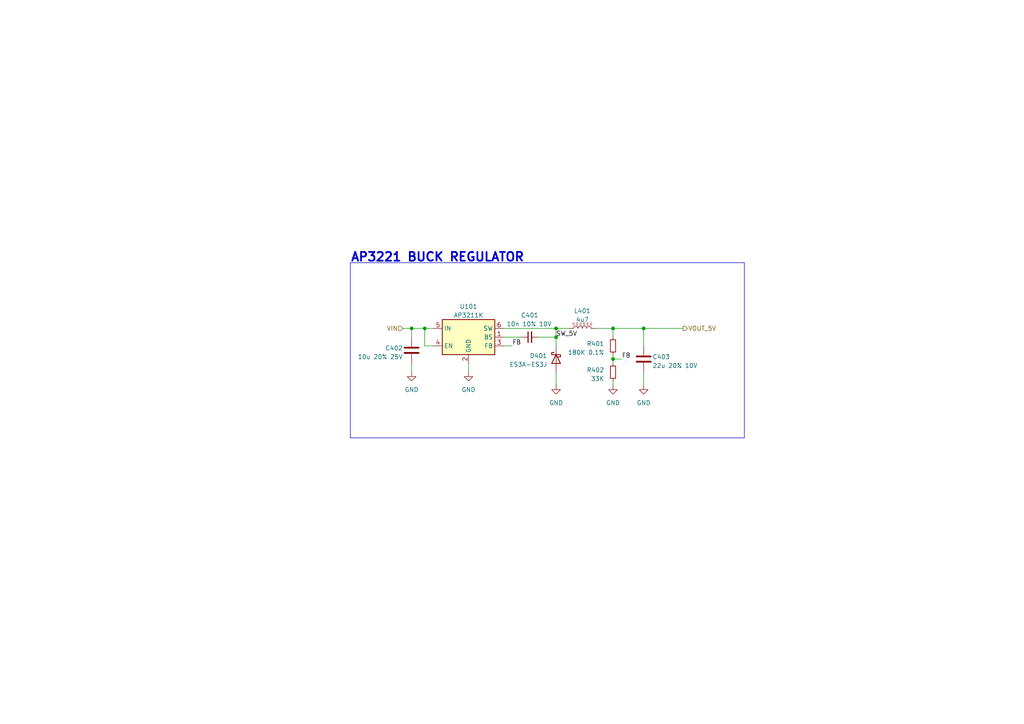
<source format=kicad_sch>
(kicad_sch (version 20230121) (generator eeschema)

  (uuid 8707cb79-3177-4324-a4db-15786b7a3bb5)

  (paper "A4")

  (title_block
    (title "Atego Nano")
    (date "2023-06-28")
    (rev "1.1")
    (company "sudo-junkie")
  )

  (lib_symbols
    (symbol "Device:C" (pin_numbers hide) (pin_names (offset 0.254)) (in_bom yes) (on_board yes)
      (property "Reference" "C" (at 0.635 2.54 0)
        (effects (font (size 1.27 1.27)) (justify left))
      )
      (property "Value" "C" (at 0.635 -2.54 0)
        (effects (font (size 1.27 1.27)) (justify left))
      )
      (property "Footprint" "" (at 0.9652 -3.81 0)
        (effects (font (size 1.27 1.27)) hide)
      )
      (property "Datasheet" "~" (at 0 0 0)
        (effects (font (size 1.27 1.27)) hide)
      )
      (property "ki_keywords" "cap capacitor" (at 0 0 0)
        (effects (font (size 1.27 1.27)) hide)
      )
      (property "ki_description" "Unpolarized capacitor" (at 0 0 0)
        (effects (font (size 1.27 1.27)) hide)
      )
      (property "ki_fp_filters" "C_*" (at 0 0 0)
        (effects (font (size 1.27 1.27)) hide)
      )
      (symbol "C_0_1"
        (polyline
          (pts
            (xy -2.032 -0.762)
            (xy 2.032 -0.762)
          )
          (stroke (width 0.508) (type default))
          (fill (type none))
        )
        (polyline
          (pts
            (xy -2.032 0.762)
            (xy 2.032 0.762)
          )
          (stroke (width 0.508) (type default))
          (fill (type none))
        )
      )
      (symbol "C_1_1"
        (pin passive line (at 0 3.81 270) (length 2.794)
          (name "~" (effects (font (size 1.27 1.27))))
          (number "1" (effects (font (size 1.27 1.27))))
        )
        (pin passive line (at 0 -3.81 90) (length 2.794)
          (name "~" (effects (font (size 1.27 1.27))))
          (number "2" (effects (font (size 1.27 1.27))))
        )
      )
    )
    (symbol "Device:C_Small" (pin_numbers hide) (pin_names (offset 0.254) hide) (in_bom yes) (on_board yes)
      (property "Reference" "C" (at 0.254 1.778 0)
        (effects (font (size 1.27 1.27)) (justify left))
      )
      (property "Value" "C_Small" (at 0.254 -2.032 0)
        (effects (font (size 1.27 1.27)) (justify left))
      )
      (property "Footprint" "" (at 0 0 0)
        (effects (font (size 1.27 1.27)) hide)
      )
      (property "Datasheet" "~" (at 0 0 0)
        (effects (font (size 1.27 1.27)) hide)
      )
      (property "ki_keywords" "capacitor cap" (at 0 0 0)
        (effects (font (size 1.27 1.27)) hide)
      )
      (property "ki_description" "Unpolarized capacitor, small symbol" (at 0 0 0)
        (effects (font (size 1.27 1.27)) hide)
      )
      (property "ki_fp_filters" "C_*" (at 0 0 0)
        (effects (font (size 1.27 1.27)) hide)
      )
      (symbol "C_Small_0_1"
        (polyline
          (pts
            (xy -1.524 -0.508)
            (xy 1.524 -0.508)
          )
          (stroke (width 0.3302) (type default))
          (fill (type none))
        )
        (polyline
          (pts
            (xy -1.524 0.508)
            (xy 1.524 0.508)
          )
          (stroke (width 0.3048) (type default))
          (fill (type none))
        )
      )
      (symbol "C_Small_1_1"
        (pin passive line (at 0 2.54 270) (length 2.032)
          (name "~" (effects (font (size 1.27 1.27))))
          (number "1" (effects (font (size 1.27 1.27))))
        )
        (pin passive line (at 0 -2.54 90) (length 2.032)
          (name "~" (effects (font (size 1.27 1.27))))
          (number "2" (effects (font (size 1.27 1.27))))
        )
      )
    )
    (symbol "Device:D_Schottky" (pin_numbers hide) (pin_names (offset 1.016) hide) (in_bom yes) (on_board yes)
      (property "Reference" "D" (at 0 2.54 0)
        (effects (font (size 1.27 1.27)))
      )
      (property "Value" "D_Schottky" (at 0 -2.54 0)
        (effects (font (size 1.27 1.27)))
      )
      (property "Footprint" "" (at 0 0 0)
        (effects (font (size 1.27 1.27)) hide)
      )
      (property "Datasheet" "~" (at 0 0 0)
        (effects (font (size 1.27 1.27)) hide)
      )
      (property "ki_keywords" "diode Schottky" (at 0 0 0)
        (effects (font (size 1.27 1.27)) hide)
      )
      (property "ki_description" "Schottky diode" (at 0 0 0)
        (effects (font (size 1.27 1.27)) hide)
      )
      (property "ki_fp_filters" "TO-???* *_Diode_* *SingleDiode* D_*" (at 0 0 0)
        (effects (font (size 1.27 1.27)) hide)
      )
      (symbol "D_Schottky_0_1"
        (polyline
          (pts
            (xy 1.27 0)
            (xy -1.27 0)
          )
          (stroke (width 0) (type default))
          (fill (type none))
        )
        (polyline
          (pts
            (xy 1.27 1.27)
            (xy 1.27 -1.27)
            (xy -1.27 0)
            (xy 1.27 1.27)
          )
          (stroke (width 0.254) (type default))
          (fill (type none))
        )
        (polyline
          (pts
            (xy -1.905 0.635)
            (xy -1.905 1.27)
            (xy -1.27 1.27)
            (xy -1.27 -1.27)
            (xy -0.635 -1.27)
            (xy -0.635 -0.635)
          )
          (stroke (width 0.254) (type default))
          (fill (type none))
        )
      )
      (symbol "D_Schottky_1_1"
        (pin passive line (at -3.81 0 0) (length 2.54)
          (name "K" (effects (font (size 1.27 1.27))))
          (number "1" (effects (font (size 1.27 1.27))))
        )
        (pin passive line (at 3.81 0 180) (length 2.54)
          (name "A" (effects (font (size 1.27 1.27))))
          (number "2" (effects (font (size 1.27 1.27))))
        )
      )
    )
    (symbol "Device:L_Ferrite" (pin_numbers hide) (pin_names (offset 1.016) hide) (in_bom yes) (on_board yes)
      (property "Reference" "L" (at -1.27 0 90)
        (effects (font (size 1.27 1.27)))
      )
      (property "Value" "L_Ferrite" (at 2.794 0 90)
        (effects (font (size 1.27 1.27)))
      )
      (property "Footprint" "" (at 0 0 0)
        (effects (font (size 1.27 1.27)) hide)
      )
      (property "Datasheet" "~" (at 0 0 0)
        (effects (font (size 1.27 1.27)) hide)
      )
      (property "ki_keywords" "inductor choke coil reactor magnetic" (at 0 0 0)
        (effects (font (size 1.27 1.27)) hide)
      )
      (property "ki_description" "Inductor with ferrite core" (at 0 0 0)
        (effects (font (size 1.27 1.27)) hide)
      )
      (property "ki_fp_filters" "Choke_* *Coil* Inductor_* L_*" (at 0 0 0)
        (effects (font (size 1.27 1.27)) hide)
      )
      (symbol "L_Ferrite_0_1"
        (arc (start 0 -2.54) (mid 0.6323 -1.905) (end 0 -1.27)
          (stroke (width 0) (type default))
          (fill (type none))
        )
        (arc (start 0 -1.27) (mid 0.6323 -0.635) (end 0 0)
          (stroke (width 0) (type default))
          (fill (type none))
        )
        (polyline
          (pts
            (xy 1.016 -2.794)
            (xy 1.016 -2.286)
          )
          (stroke (width 0) (type default))
          (fill (type none))
        )
        (polyline
          (pts
            (xy 1.016 -1.778)
            (xy 1.016 -1.27)
          )
          (stroke (width 0) (type default))
          (fill (type none))
        )
        (polyline
          (pts
            (xy 1.016 -0.762)
            (xy 1.016 -0.254)
          )
          (stroke (width 0) (type default))
          (fill (type none))
        )
        (polyline
          (pts
            (xy 1.016 0.254)
            (xy 1.016 0.762)
          )
          (stroke (width 0) (type default))
          (fill (type none))
        )
        (polyline
          (pts
            (xy 1.016 1.27)
            (xy 1.016 1.778)
          )
          (stroke (width 0) (type default))
          (fill (type none))
        )
        (polyline
          (pts
            (xy 1.016 2.286)
            (xy 1.016 2.794)
          )
          (stroke (width 0) (type default))
          (fill (type none))
        )
        (polyline
          (pts
            (xy 1.524 -2.286)
            (xy 1.524 -2.794)
          )
          (stroke (width 0) (type default))
          (fill (type none))
        )
        (polyline
          (pts
            (xy 1.524 -1.27)
            (xy 1.524 -1.778)
          )
          (stroke (width 0) (type default))
          (fill (type none))
        )
        (polyline
          (pts
            (xy 1.524 -0.254)
            (xy 1.524 -0.762)
          )
          (stroke (width 0) (type default))
          (fill (type none))
        )
        (polyline
          (pts
            (xy 1.524 0.762)
            (xy 1.524 0.254)
          )
          (stroke (width 0) (type default))
          (fill (type none))
        )
        (polyline
          (pts
            (xy 1.524 1.778)
            (xy 1.524 1.27)
          )
          (stroke (width 0) (type default))
          (fill (type none))
        )
        (polyline
          (pts
            (xy 1.524 2.794)
            (xy 1.524 2.286)
          )
          (stroke (width 0) (type default))
          (fill (type none))
        )
        (arc (start 0 0) (mid 0.6323 0.635) (end 0 1.27)
          (stroke (width 0) (type default))
          (fill (type none))
        )
        (arc (start 0 1.27) (mid 0.6323 1.905) (end 0 2.54)
          (stroke (width 0) (type default))
          (fill (type none))
        )
      )
      (symbol "L_Ferrite_1_1"
        (pin passive line (at 0 3.81 270) (length 1.27)
          (name "1" (effects (font (size 1.27 1.27))))
          (number "1" (effects (font (size 1.27 1.27))))
        )
        (pin passive line (at 0 -3.81 90) (length 1.27)
          (name "2" (effects (font (size 1.27 1.27))))
          (number "2" (effects (font (size 1.27 1.27))))
        )
      )
    )
    (symbol "Device:R_Small" (pin_numbers hide) (pin_names (offset 0.254) hide) (in_bom yes) (on_board yes)
      (property "Reference" "R" (at 0.762 0.508 0)
        (effects (font (size 1.27 1.27)) (justify left))
      )
      (property "Value" "R_Small" (at 0.762 -1.016 0)
        (effects (font (size 1.27 1.27)) (justify left))
      )
      (property "Footprint" "" (at 0 0 0)
        (effects (font (size 1.27 1.27)) hide)
      )
      (property "Datasheet" "~" (at 0 0 0)
        (effects (font (size 1.27 1.27)) hide)
      )
      (property "ki_keywords" "R resistor" (at 0 0 0)
        (effects (font (size 1.27 1.27)) hide)
      )
      (property "ki_description" "Resistor, small symbol" (at 0 0 0)
        (effects (font (size 1.27 1.27)) hide)
      )
      (property "ki_fp_filters" "R_*" (at 0 0 0)
        (effects (font (size 1.27 1.27)) hide)
      )
      (symbol "R_Small_0_1"
        (rectangle (start -0.762 1.778) (end 0.762 -1.778)
          (stroke (width 0.2032) (type default))
          (fill (type none))
        )
      )
      (symbol "R_Small_1_1"
        (pin passive line (at 0 2.54 270) (length 0.762)
          (name "~" (effects (font (size 1.27 1.27))))
          (number "1" (effects (font (size 1.27 1.27))))
        )
        (pin passive line (at 0 -2.54 90) (length 0.762)
          (name "~" (effects (font (size 1.27 1.27))))
          (number "2" (effects (font (size 1.27 1.27))))
        )
      )
    )
    (symbol "Regulator_Switching:AP3211K" (in_bom yes) (on_board yes)
      (property "Reference" "U" (at -7.62 6.35 0)
        (effects (font (size 1.27 1.27)) (justify left))
      )
      (property "Value" "AP3211K" (at 0 6.35 0)
        (effects (font (size 1.27 1.27)) (justify left))
      )
      (property "Footprint" "Package_TO_SOT_SMD:SOT-23-6" (at 17.78 -7.62 0)
        (effects (font (size 1.27 1.27)) hide)
      )
      (property "Datasheet" "https://www.diodes.com/assets/Datasheets/AP3211.pdf" (at 0 8.89 0)
        (effects (font (size 1.27 1.27)) hide)
      )
      (property "ki_keywords" "Step-Down PWM buck Voltage Regulator" (at 0 0 0)
        (effects (font (size 1.27 1.27)) hide)
      )
      (property "ki_description" "1.5A, Adjustable Step-Down Voltage Regulator, 1.4MHz Frequency, Vin=4.5..18V, Vout=0.81..15V, SOT-23-6" (at 0 0 0)
        (effects (font (size 1.27 1.27)) hide)
      )
      (property "ki_fp_filters" "SOT?23*" (at 0 0 0)
        (effects (font (size 1.27 1.27)) hide)
      )
      (symbol "AP3211K_0_1"
        (rectangle (start -7.62 5.08) (end 7.62 -5.08)
          (stroke (width 0.254) (type default))
          (fill (type background))
        )
      )
      (symbol "AP3211K_1_1"
        (pin passive line (at 10.16 0 180) (length 2.54)
          (name "BS" (effects (font (size 1.27 1.27))))
          (number "1" (effects (font (size 1.27 1.27))))
        )
        (pin power_in line (at 0 -7.62 90) (length 2.54)
          (name "GND" (effects (font (size 1.27 1.27))))
          (number "2" (effects (font (size 1.27 1.27))))
        )
        (pin input line (at 10.16 -2.54 180) (length 2.54)
          (name "FB" (effects (font (size 1.27 1.27))))
          (number "3" (effects (font (size 1.27 1.27))))
        )
        (pin input line (at -10.16 -2.54 0) (length 2.54)
          (name "EN" (effects (font (size 1.27 1.27))))
          (number "4" (effects (font (size 1.27 1.27))))
        )
        (pin power_in line (at -10.16 2.54 0) (length 2.54)
          (name "IN" (effects (font (size 1.27 1.27))))
          (number "5" (effects (font (size 1.27 1.27))))
        )
        (pin passive line (at 10.16 2.54 180) (length 2.54)
          (name "SW" (effects (font (size 1.27 1.27))))
          (number "6" (effects (font (size 1.27 1.27))))
        )
      )
    )
    (symbol "power:GND" (power) (pin_names (offset 0)) (in_bom yes) (on_board yes)
      (property "Reference" "#PWR" (at 0 -6.35 0)
        (effects (font (size 1.27 1.27)) hide)
      )
      (property "Value" "GND" (at 0 -3.81 0)
        (effects (font (size 1.27 1.27)))
      )
      (property "Footprint" "" (at 0 0 0)
        (effects (font (size 1.27 1.27)) hide)
      )
      (property "Datasheet" "" (at 0 0 0)
        (effects (font (size 1.27 1.27)) hide)
      )
      (property "ki_keywords" "global power" (at 0 0 0)
        (effects (font (size 1.27 1.27)) hide)
      )
      (property "ki_description" "Power symbol creates a global label with name \"GND\" , ground" (at 0 0 0)
        (effects (font (size 1.27 1.27)) hide)
      )
      (symbol "GND_0_1"
        (polyline
          (pts
            (xy 0 0)
            (xy 0 -1.27)
            (xy 1.27 -1.27)
            (xy 0 -2.54)
            (xy -1.27 -1.27)
            (xy 0 -1.27)
          )
          (stroke (width 0) (type default))
          (fill (type none))
        )
      )
      (symbol "GND_1_1"
        (pin power_in line (at 0 0 270) (length 0) hide
          (name "GND" (effects (font (size 1.27 1.27))))
          (number "1" (effects (font (size 1.27 1.27))))
        )
      )
    )
  )

  (junction (at 161.29 97.79) (diameter 0) (color 0 0 0 0)
    (uuid 49841cf6-e6c3-49f2-9502-3d6a3b59c98d)
  )
  (junction (at 177.8 104.14) (diameter 0) (color 0 0 0 0)
    (uuid 4fa96d53-ac64-4465-ae1f-f9a47bd0527d)
  )
  (junction (at 123.19 95.25) (diameter 0) (color 0 0 0 0)
    (uuid 651c4ce4-7a91-463f-bf30-fa9a840bf50a)
  )
  (junction (at 119.38 95.25) (diameter 0) (color 0 0 0 0)
    (uuid 8f6b07a5-7012-4df3-a24c-a2982eec5338)
  )
  (junction (at 161.29 95.25) (diameter 0) (color 0 0 0 0)
    (uuid b9a21fc2-f819-4a40-8fb7-1efa894c35da)
  )
  (junction (at 177.8 95.25) (diameter 0) (color 0 0 0 0)
    (uuid e18f6c67-f44e-4678-ba4d-6aa6e6ed5033)
  )
  (junction (at 186.69 95.25) (diameter 0) (color 0 0 0 0)
    (uuid f2526168-3822-442f-acda-1038b8588dc7)
  )

  (wire (pts (xy 186.69 95.25) (xy 186.69 100.33))
    (stroke (width 0) (type default))
    (uuid 09751730-5626-43b5-aa8c-353e97aa03f1)
  )
  (wire (pts (xy 177.8 104.14) (xy 180.34 104.14))
    (stroke (width 0) (type default))
    (uuid 0c8af335-5247-4f0a-861a-bb03acc031c8)
  )
  (wire (pts (xy 123.19 100.33) (xy 123.19 95.25))
    (stroke (width 0) (type default))
    (uuid 1b2aa05f-a18c-4738-8c58-e8bb6b312dd3)
  )
  (wire (pts (xy 161.29 97.79) (xy 161.29 100.33))
    (stroke (width 0) (type default))
    (uuid 22824e4f-d59c-498d-a5e9-0b25f9acff6e)
  )
  (wire (pts (xy 172.72 95.25) (xy 177.8 95.25))
    (stroke (width 0) (type default))
    (uuid 29edb917-7ea4-4dc6-91ec-36123e65ee9e)
  )
  (wire (pts (xy 146.05 97.79) (xy 151.13 97.79))
    (stroke (width 0) (type default))
    (uuid 3275525c-0d7e-4626-abae-4dc3245e5afe)
  )
  (wire (pts (xy 119.38 105.41) (xy 119.38 107.95))
    (stroke (width 0) (type default))
    (uuid 440a9e6e-7850-4539-8b1b-d05dd4f28005)
  )
  (wire (pts (xy 177.8 110.49) (xy 177.8 111.76))
    (stroke (width 0) (type default))
    (uuid 56fe1cf4-666c-4f5d-8096-ad8481e0fbdc)
  )
  (wire (pts (xy 119.38 95.25) (xy 123.19 95.25))
    (stroke (width 0) (type default))
    (uuid 649b5d7e-a871-4512-bf45-7f81ee0c32b4)
  )
  (polyline (pts (xy 101.6 76.2) (xy 215.9 76.2))
    (stroke (width 0) (type default))
    (uuid 65d51482-8b26-4e4b-9726-eefc0a2aae01)
  )

  (wire (pts (xy 177.8 95.25) (xy 177.8 97.79))
    (stroke (width 0) (type default))
    (uuid 6c01be8f-859d-42c2-a750-c3e29bfa9a7a)
  )
  (polyline (pts (xy 101.6 127) (xy 101.6 76.2))
    (stroke (width 0) (type default))
    (uuid 81499544-1da6-412c-a104-0ab77171aca5)
  )

  (wire (pts (xy 119.38 95.25) (xy 119.38 97.79))
    (stroke (width 0) (type default))
    (uuid 86301f2a-54a8-4f96-93d2-6e8a69e2709e)
  )
  (wire (pts (xy 177.8 102.87) (xy 177.8 104.14))
    (stroke (width 0) (type default))
    (uuid 88e6d457-cad1-4506-bf68-361be1f93bd4)
  )
  (wire (pts (xy 177.8 95.25) (xy 186.69 95.25))
    (stroke (width 0) (type default))
    (uuid 94c98711-0380-4ec3-a52a-efc181ede75a)
  )
  (wire (pts (xy 125.73 100.33) (xy 123.19 100.33))
    (stroke (width 0) (type default))
    (uuid 97a775c2-0d00-4dd8-8e96-bb538c958833)
  )
  (polyline (pts (xy 215.9 127) (xy 101.6 127))
    (stroke (width 0) (type default))
    (uuid ac61040f-db9f-4513-bf7e-b94e8762c5db)
  )

  (wire (pts (xy 177.8 104.14) (xy 177.8 105.41))
    (stroke (width 0) (type default))
    (uuid b079c131-60fe-42ef-a2af-443fdfc431ce)
  )
  (wire (pts (xy 186.69 95.25) (xy 198.12 95.25))
    (stroke (width 0) (type default))
    (uuid b1258bb0-6ef6-48e3-99b3-95d523b4a4ee)
  )
  (wire (pts (xy 146.05 95.25) (xy 161.29 95.25))
    (stroke (width 0) (type default))
    (uuid c0c58989-78cc-4ff4-b1a8-2a33a505347b)
  )
  (wire (pts (xy 161.29 107.95) (xy 161.29 111.76))
    (stroke (width 0) (type default))
    (uuid c4dff834-1f37-4f60-99bf-98f7314ba7f7)
  )
  (wire (pts (xy 116.84 95.25) (xy 119.38 95.25))
    (stroke (width 0) (type default))
    (uuid c76d1f61-22e4-4c49-bcb7-7516c95161dd)
  )
  (wire (pts (xy 161.29 95.25) (xy 165.1 95.25))
    (stroke (width 0) (type default))
    (uuid d0425583-aeb2-4e83-bb93-dcb870ed22ff)
  )
  (wire (pts (xy 146.05 100.33) (xy 148.59 100.33))
    (stroke (width 0) (type default))
    (uuid dafcd6b5-149f-41e1-ba4c-dbb6b15665ea)
  )
  (polyline (pts (xy 215.9 76.2) (xy 215.9 127))
    (stroke (width 0) (type default))
    (uuid db076c51-ee64-4712-a9be-80b85bff4a27)
  )

  (wire (pts (xy 156.21 97.79) (xy 161.29 97.79))
    (stroke (width 0) (type default))
    (uuid dcc9ab5a-418e-48bd-9cf8-01c2d79c6c2d)
  )
  (wire (pts (xy 161.29 95.25) (xy 161.29 97.79))
    (stroke (width 0) (type default))
    (uuid e2d898f7-562f-4394-b019-0d9ef3589f5a)
  )
  (wire (pts (xy 135.89 105.41) (xy 135.89 107.95))
    (stroke (width 0) (type default))
    (uuid e36a43d0-c3d1-47a1-a71e-b3832b34a18c)
  )
  (wire (pts (xy 123.19 95.25) (xy 125.73 95.25))
    (stroke (width 0) (type default))
    (uuid e760d9ff-a16b-4d97-b9e1-75bc4dcc54db)
  )
  (wire (pts (xy 186.69 107.95) (xy 186.69 111.76))
    (stroke (width 0) (type default))
    (uuid ff7c29c9-0bcb-43dd-a214-42e63bbba3c4)
  )

  (text "AP3221 BUCK REGULATOR" (at 101.6 76.2 0)
    (effects (font (size 2.54 2.54) bold) (justify left bottom))
    (uuid 014d417a-332e-4a82-b919-ca67ddd23160)
  )

  (label "FB" (at 148.59 100.33 0) (fields_autoplaced)
    (effects (font (size 1.27 1.27)) (justify left bottom))
    (uuid 02d1b966-24e8-49dc-838a-8d020153b07a)
  )
  (label "FB" (at 180.34 104.14 0) (fields_autoplaced)
    (effects (font (size 1.27 1.27)) (justify left bottom))
    (uuid 42d121d0-a3c3-4b68-8fe2-24e51e069737)
  )
  (label "SW_5V" (at 161.29 97.79 0) (fields_autoplaced)
    (effects (font (size 1.27 1.27)) (justify left bottom))
    (uuid f3f00577-3f33-48f0-a39a-2f294cb437e2)
  )

  (hierarchical_label "VOUT_5V" (shape output) (at 198.12 95.25 0) (fields_autoplaced)
    (effects (font (size 1.27 1.27)) (justify left))
    (uuid 84a3aa85-8cc8-4557-89a4-aa1772059149)
  )
  (hierarchical_label "VIN" (shape input) (at 116.84 95.25 180) (fields_autoplaced)
    (effects (font (size 1.27 1.27)) (justify right))
    (uuid ae14ffba-06f6-468d-9dde-ae804c226538)
  )

  (symbol (lib_id "power:GND") (at 177.8 111.76 0) (unit 1)
    (in_bom yes) (on_board yes) (dnp no) (fields_autoplaced)
    (uuid 0007870d-6714-43e5-99b9-eac88d788705)
    (property "Reference" "#PWR0404" (at 177.8 118.11 0)
      (effects (font (size 1.27 1.27)) hide)
    )
    (property "Value" "GND" (at 177.8 116.84 0)
      (effects (font (size 1.27 1.27)))
    )
    (property "Footprint" "" (at 177.8 111.76 0)
      (effects (font (size 1.27 1.27)) hide)
    )
    (property "Datasheet" "" (at 177.8 111.76 0)
      (effects (font (size 1.27 1.27)) hide)
    )
    (pin "1" (uuid 2fcba895-8fcc-4698-98be-a827acc0ac6a))
    (instances
      (project "Atego_Nano"
        (path "/f0d70477-67e1-4b14-aebd-2138d55a5d0c/6c4563b0-53cb-4dd6-94e3-ed97fc502bba/11cc9b33-d520-4add-a69b-fb1eb2ed635c"
          (reference "#PWR0404") (unit 1)
        )
      )
    )
  )

  (symbol (lib_id "Device:R_Small") (at 177.8 100.33 0) (mirror y) (unit 1)
    (in_bom yes) (on_board yes) (dnp no)
    (uuid 1c703900-2d56-4dab-ba0e-60d15bbf27c6)
    (property "Reference" "R401" (at 175.26 99.695 0)
      (effects (font (size 1.27 1.27)) (justify left))
    )
    (property "Value" "180K 0.1%" (at 175.26 102.235 0)
      (effects (font (size 1.27 1.27)) (justify left))
    )
    (property "Footprint" "Resistor_SMD:R_0603_1608Metric" (at 177.8 100.33 0)
      (effects (font (size 1.27 1.27)) hide)
    )
    (property "Datasheet" "~" (at 177.8 100.33 0)
      (effects (font (size 1.27 1.27)) hide)
    )
    (property "MPN" "RT0603BRD07180KL" (at 177.8 100.33 0)
      (effects (font (size 1.27 1.27)) hide)
    )
    (property "Manufacturer" "YAGEO" (at 177.8 100.33 0)
      (effects (font (size 1.27 1.27)) hide)
    )
    (property "Vendor" "LCSC" (at 177.8 100.33 0)
      (effects (font (size 1.27 1.27)) hide)
    )
    (property "Price" "0.0238" (at 177.8 100.33 0)
      (effects (font (size 1.27 1.27)) hide)
    )
    (pin "1" (uuid eafc3050-7f42-4805-a05a-353802cd9935))
    (pin "2" (uuid 13d09115-8685-4524-8609-1faac09cfd89))
    (instances
      (project "Atego_Nano"
        (path "/f0d70477-67e1-4b14-aebd-2138d55a5d0c/6c4563b0-53cb-4dd6-94e3-ed97fc502bba/11cc9b33-d520-4add-a69b-fb1eb2ed635c"
          (reference "R401") (unit 1)
        )
      )
    )
  )

  (symbol (lib_id "Regulator_Switching:AP3211K") (at 135.89 97.79 0) (unit 1)
    (in_bom yes) (on_board yes) (dnp no) (fields_autoplaced)
    (uuid 2c1c26b2-a0ad-4976-ac42-e18a527b95f4)
    (property "Reference" "U101" (at 135.89 88.9 0)
      (effects (font (size 1.27 1.27)))
    )
    (property "Value" "AP3211K" (at 135.89 91.44 0)
      (effects (font (size 1.27 1.27)))
    )
    (property "Footprint" "Package_TO_SOT_SMD:SOT-23-6" (at 153.67 105.41 0)
      (effects (font (size 1.27 1.27)) hide)
    )
    (property "Datasheet" "https://www.diodes.com/assets/Datasheets/AP3211.pdf" (at 135.89 88.9 0)
      (effects (font (size 1.27 1.27)) hide)
    )
    (property "MPN" "AP3211KTR-G1" (at 135.89 97.79 0)
      (effects (font (size 1.27 1.27)) hide)
    )
    (property "Manufacturer" "Diodes Incorporated" (at 135.89 97.79 0)
      (effects (font (size 1.27 1.27)) hide)
    )
    (property "Vendor" "LCSC" (at 135.89 97.79 0)
      (effects (font (size 1.27 1.27)) hide)
    )
    (property "Price" "0.1901" (at 135.89 97.79 0)
      (effects (font (size 1.27 1.27)) hide)
    )
    (pin "1" (uuid 8928f15a-ede4-4838-9a4d-9b758361e92f))
    (pin "2" (uuid b24414aa-4b87-4b84-96ee-1bd36b344201))
    (pin "3" (uuid 7e618e55-e467-4359-9aad-08cf57a3d3b8))
    (pin "4" (uuid 901d3648-ca1d-409d-9c79-ab6ba00b95df))
    (pin "5" (uuid a5b71416-0edf-44dc-946b-a9ff08930d01))
    (pin "6" (uuid 2e7e9606-d492-4403-81f8-ff23b9f6049c))
    (instances
      (project "Atego_Nano"
        (path "/f0d70477-67e1-4b14-aebd-2138d55a5d0c"
          (reference "U101") (unit 1)
        )
        (path "/f0d70477-67e1-4b14-aebd-2138d55a5d0c/6c4563b0-53cb-4dd6-94e3-ed97fc502bba/11cc9b33-d520-4add-a69b-fb1eb2ed635c"
          (reference "U401") (unit 1)
        )
      )
    )
  )

  (symbol (lib_id "Device:L_Ferrite") (at 168.91 95.25 90) (unit 1)
    (in_bom yes) (on_board yes) (dnp no)
    (uuid 3757d8d9-75b0-4ec6-b2ad-7cc6d7c46904)
    (property "Reference" "L401" (at 168.91 90.17 90)
      (effects (font (size 1.27 1.27)))
    )
    (property "Value" "4u7" (at 168.91 92.71 90)
      (effects (font (size 1.27 1.27)))
    )
    (property "Footprint" "Inductor_SMD:L_Sunlord_MWSA0402S" (at 168.91 95.25 0)
      (effects (font (size 1.27 1.27)) hide)
    )
    (property "Datasheet" "~" (at 168.91 95.25 0)
      (effects (font (size 1.27 1.27)) hide)
    )
    (property "MPN" "PSPMAA0402-4R7M-ANP" (at 168.91 95.25 0)
      (effects (font (size 1.27 1.27)) hide)
    )
    (property "Manufacturer" "PROD Tech" (at 168.91 95.25 0)
      (effects (font (size 1.27 1.27)) hide)
    )
    (property "Vendor" "LCSC" (at 168.91 95.25 0)
      (effects (font (size 1.27 1.27)) hide)
    )
    (property "Price" "0.1549" (at 168.91 95.25 0)
      (effects (font (size 1.27 1.27)) hide)
    )
    (pin "1" (uuid b05011c1-b564-42c2-8163-b0500f36b5fb))
    (pin "2" (uuid 95ea9f8f-67ac-4027-9e8b-2c083c66f807))
    (instances
      (project "Atego_Nano"
        (path "/f0d70477-67e1-4b14-aebd-2138d55a5d0c/6c4563b0-53cb-4dd6-94e3-ed97fc502bba/11cc9b33-d520-4add-a69b-fb1eb2ed635c"
          (reference "L401") (unit 1)
        )
      )
    )
  )

  (symbol (lib_id "power:GND") (at 186.69 111.76 0) (unit 1)
    (in_bom yes) (on_board yes) (dnp no) (fields_autoplaced)
    (uuid 697549c6-270a-4809-ada1-5a7b1bf67521)
    (property "Reference" "#PWR0405" (at 186.69 118.11 0)
      (effects (font (size 1.27 1.27)) hide)
    )
    (property "Value" "GND" (at 186.69 116.84 0)
      (effects (font (size 1.27 1.27)))
    )
    (property "Footprint" "" (at 186.69 111.76 0)
      (effects (font (size 1.27 1.27)) hide)
    )
    (property "Datasheet" "" (at 186.69 111.76 0)
      (effects (font (size 1.27 1.27)) hide)
    )
    (pin "1" (uuid 38f99065-4e11-486e-9e3f-2b6fe9815fd9))
    (instances
      (project "Atego_Nano"
        (path "/f0d70477-67e1-4b14-aebd-2138d55a5d0c/6c4563b0-53cb-4dd6-94e3-ed97fc502bba/11cc9b33-d520-4add-a69b-fb1eb2ed635c"
          (reference "#PWR0405") (unit 1)
        )
      )
    )
  )

  (symbol (lib_id "Device:C") (at 186.69 104.14 0) (unit 1)
    (in_bom yes) (on_board yes) (dnp no)
    (uuid 8053a4bc-83cf-43d4-bb9f-ba5dd6a9f0c3)
    (property "Reference" "C403" (at 189.23 103.5113 0)
      (effects (font (size 1.27 1.27)) (justify left))
    )
    (property "Value" "22u 20% 10V" (at 189.23 106.0513 0)
      (effects (font (size 1.27 1.27)) (justify left))
    )
    (property "Footprint" "Capacitor_SMD:C_0603_1608Metric" (at 187.6552 107.95 0)
      (effects (font (size 1.27 1.27)) hide)
    )
    (property "Datasheet" "~" (at 186.69 104.14 0)
      (effects (font (size 1.27 1.27)) hide)
    )
    (property "MPN" "CC0603MRX5R6BB226" (at 186.69 104.14 0)
      (effects (font (size 1.27 1.27)) hide)
    )
    (property "Manufacturer" "YAGEO" (at 186.69 104.14 0)
      (effects (font (size 1.27 1.27)) hide)
    )
    (property "Vendor" "LCSC" (at 186.69 104.14 0)
      (effects (font (size 1.27 1.27)) hide)
    )
    (property "Price" "0.0352" (at 186.69 104.14 0)
      (effects (font (size 1.27 1.27)) hide)
    )
    (pin "1" (uuid f48b009c-c0e4-4f9f-83d8-efa2ee07e5e8))
    (pin "2" (uuid b23bbe2f-7b78-432b-88ab-5917204dbe14))
    (instances
      (project "Atego_Nano"
        (path "/f0d70477-67e1-4b14-aebd-2138d55a5d0c/6c4563b0-53cb-4dd6-94e3-ed97fc502bba/11cc9b33-d520-4add-a69b-fb1eb2ed635c"
          (reference "C403") (unit 1)
        )
      )
    )
  )

  (symbol (lib_id "Device:D_Schottky") (at 161.29 104.14 90) (mirror x) (unit 1)
    (in_bom yes) (on_board yes) (dnp no)
    (uuid afc137f5-7177-44d3-94b1-6659dd2b7379)
    (property "Reference" "D401" (at 158.75 103.1875 90)
      (effects (font (size 1.27 1.27)) (justify left))
    )
    (property "Value" "ES3A-ES3J" (at 158.75 105.7275 90)
      (effects (font (size 1.27 1.27)) (justify left))
    )
    (property "Footprint" "Diode_SMD:D_SOD-323" (at 161.29 104.14 0)
      (effects (font (size 1.27 1.27)) hide)
    )
    (property "Datasheet" "~" (at 161.29 104.14 0)
      (effects (font (size 1.27 1.27)) hide)
    )
    (property "MPN" "ES3AF" (at 161.29 104.14 0)
      (effects (font (size 1.27 1.27)) hide)
    )
    (property "Manufacturer" "Shandong Jingdao Microelectronics" (at 161.29 104.14 0)
      (effects (font (size 1.27 1.27)) hide)
    )
    (property "Vendor" "LCSC" (at 161.29 104.14 0)
      (effects (font (size 1.27 1.27)) hide)
    )
    (property "Price" "0.0374" (at 161.29 104.14 0)
      (effects (font (size 1.27 1.27)) hide)
    )
    (pin "1" (uuid 64244223-d809-47c1-a857-0740b3bb3e4d))
    (pin "2" (uuid 11c0c421-25f7-4057-b18a-4773387bfb42))
    (instances
      (project "Atego_Nano"
        (path "/f0d70477-67e1-4b14-aebd-2138d55a5d0c/6c4563b0-53cb-4dd6-94e3-ed97fc502bba/11cc9b33-d520-4add-a69b-fb1eb2ed635c"
          (reference "D401") (unit 1)
        )
      )
    )
  )

  (symbol (lib_id "Device:C_Small") (at 153.67 97.79 90) (unit 1)
    (in_bom yes) (on_board yes) (dnp no)
    (uuid c80b011b-7c91-43a7-94f8-9b34a42f3aa7)
    (property "Reference" "C401" (at 156.21 91.44 90)
      (effects (font (size 1.27 1.27)) (justify left))
    )
    (property "Value" "10n 10% 10V" (at 160.02 93.98 90)
      (effects (font (size 1.27 1.27)) (justify left))
    )
    (property "Footprint" "Capacitor_SMD:C_0603_1608Metric" (at 153.67 97.79 0)
      (effects (font (size 1.27 1.27)) hide)
    )
    (property "Datasheet" "~" (at 153.67 97.79 0)
      (effects (font (size 1.27 1.27)) hide)
    )
    (property "MPN" "CC0603KRX7R6BB103" (at 153.67 97.79 0)
      (effects (font (size 1.27 1.27)) hide)
    )
    (property "Manufacturer" "YAGEO" (at 153.67 97.79 0)
      (effects (font (size 1.27 1.27)) hide)
    )
    (property "Vendor" "LCSC" (at 153.67 97.79 0)
      (effects (font (size 1.27 1.27)) hide)
    )
    (property "Price" "0.004" (at 153.67 97.79 0)
      (effects (font (size 1.27 1.27)) hide)
    )
    (pin "1" (uuid d94c8746-9d9d-41da-8d05-c1115f10ae7d))
    (pin "2" (uuid 3615b29a-ed89-4ba8-a566-18b603829e7e))
    (instances
      (project "Atego_Nano"
        (path "/f0d70477-67e1-4b14-aebd-2138d55a5d0c/6c4563b0-53cb-4dd6-94e3-ed97fc502bba/11cc9b33-d520-4add-a69b-fb1eb2ed635c"
          (reference "C401") (unit 1)
        )
      )
    )
  )

  (symbol (lib_id "power:GND") (at 119.38 107.95 0) (unit 1)
    (in_bom yes) (on_board yes) (dnp no) (fields_autoplaced)
    (uuid ce75256a-a70b-43bb-9df1-16fd34d13670)
    (property "Reference" "#PWR0401" (at 119.38 114.3 0)
      (effects (font (size 1.27 1.27)) hide)
    )
    (property "Value" "GND" (at 119.38 113.03 0)
      (effects (font (size 1.27 1.27)))
    )
    (property "Footprint" "" (at 119.38 107.95 0)
      (effects (font (size 1.27 1.27)) hide)
    )
    (property "Datasheet" "" (at 119.38 107.95 0)
      (effects (font (size 1.27 1.27)) hide)
    )
    (pin "1" (uuid b6dcb75e-6244-4673-8a46-95bf92857032))
    (instances
      (project "Atego_Nano"
        (path "/f0d70477-67e1-4b14-aebd-2138d55a5d0c/6c4563b0-53cb-4dd6-94e3-ed97fc502bba/11cc9b33-d520-4add-a69b-fb1eb2ed635c"
          (reference "#PWR0401") (unit 1)
        )
      )
    )
  )

  (symbol (lib_id "Device:C") (at 119.38 101.6 0) (mirror y) (unit 1)
    (in_bom yes) (on_board yes) (dnp no)
    (uuid d84ef964-4189-4ae8-a074-3f9a0f41087c)
    (property "Reference" "C402" (at 116.84 100.9713 0)
      (effects (font (size 1.27 1.27)) (justify left))
    )
    (property "Value" "10u 20% 25V" (at 116.84 103.5113 0)
      (effects (font (size 1.27 1.27)) (justify left))
    )
    (property "Footprint" "Capacitor_SMD:C_0603_1608Metric" (at 118.4148 105.41 0)
      (effects (font (size 1.27 1.27)) hide)
    )
    (property "Datasheet" "~" (at 119.38 101.6 0)
      (effects (font (size 1.27 1.27)) hide)
    )
    (property "MPN" "CC0603MRX5R8BB106" (at 119.38 101.6 0)
      (effects (font (size 1.27 1.27)) hide)
    )
    (property "Manufacturer" "YAGEO" (at 119.38 101.6 0)
      (effects (font (size 1.27 1.27)) hide)
    )
    (property "Vendor" "LCSC" (at 119.38 101.6 0)
      (effects (font (size 1.27 1.27)) hide)
    )
    (property "Price" "0.0427" (at 119.38 101.6 0)
      (effects (font (size 1.27 1.27)) hide)
    )
    (pin "1" (uuid 9590845f-8446-425b-9f2d-32e05c8a4a35))
    (pin "2" (uuid c91d27e5-dbe4-4318-af18-72f49d664efa))
    (instances
      (project "Atego_Nano"
        (path "/f0d70477-67e1-4b14-aebd-2138d55a5d0c/6c4563b0-53cb-4dd6-94e3-ed97fc502bba/11cc9b33-d520-4add-a69b-fb1eb2ed635c"
          (reference "C402") (unit 1)
        )
      )
    )
  )

  (symbol (lib_id "power:GND") (at 135.89 107.95 0) (unit 1)
    (in_bom yes) (on_board yes) (dnp no) (fields_autoplaced)
    (uuid e40bf999-c2ab-4c2c-ba19-207c0d8ab5fb)
    (property "Reference" "#PWR0402" (at 135.89 114.3 0)
      (effects (font (size 1.27 1.27)) hide)
    )
    (property "Value" "GND" (at 135.89 113.03 0)
      (effects (font (size 1.27 1.27)))
    )
    (property "Footprint" "" (at 135.89 107.95 0)
      (effects (font (size 1.27 1.27)) hide)
    )
    (property "Datasheet" "" (at 135.89 107.95 0)
      (effects (font (size 1.27 1.27)) hide)
    )
    (pin "1" (uuid eac34b84-80d0-4372-b69b-91b9320a33a5))
    (instances
      (project "Atego_Nano"
        (path "/f0d70477-67e1-4b14-aebd-2138d55a5d0c/6c4563b0-53cb-4dd6-94e3-ed97fc502bba/11cc9b33-d520-4add-a69b-fb1eb2ed635c"
          (reference "#PWR0402") (unit 1)
        )
      )
    )
  )

  (symbol (lib_id "power:GND") (at 161.29 111.76 0) (unit 1)
    (in_bom yes) (on_board yes) (dnp no) (fields_autoplaced)
    (uuid e7d8ff96-49a5-413f-a747-2e93e038b6f6)
    (property "Reference" "#PWR0403" (at 161.29 118.11 0)
      (effects (font (size 1.27 1.27)) hide)
    )
    (property "Value" "GND" (at 161.29 116.84 0)
      (effects (font (size 1.27 1.27)))
    )
    (property "Footprint" "" (at 161.29 111.76 0)
      (effects (font (size 1.27 1.27)) hide)
    )
    (property "Datasheet" "" (at 161.29 111.76 0)
      (effects (font (size 1.27 1.27)) hide)
    )
    (pin "1" (uuid cd693b55-a3da-4e94-bb8b-a9f90eb8027a))
    (instances
      (project "Atego_Nano"
        (path "/f0d70477-67e1-4b14-aebd-2138d55a5d0c/6c4563b0-53cb-4dd6-94e3-ed97fc502bba/11cc9b33-d520-4add-a69b-fb1eb2ed635c"
          (reference "#PWR0403") (unit 1)
        )
      )
    )
  )

  (symbol (lib_id "Device:R_Small") (at 177.8 107.95 0) (mirror y) (unit 1)
    (in_bom yes) (on_board yes) (dnp no)
    (uuid ecd75205-4db3-4909-bd9d-0a1c1625686b)
    (property "Reference" "R402" (at 175.26 107.315 0)
      (effects (font (size 1.27 1.27)) (justify left))
    )
    (property "Value" "33K" (at 175.26 109.855 0)
      (effects (font (size 1.27 1.27)) (justify left))
    )
    (property "Footprint" "Resistor_SMD:R_0603_1608Metric" (at 177.8 107.95 0)
      (effects (font (size 1.27 1.27)) hide)
    )
    (property "Datasheet" "~" (at 177.8 107.95 0)
      (effects (font (size 1.27 1.27)) hide)
    )
    (property "MPN" "RT0603BRD0733KL" (at 177.8 107.95 0)
      (effects (font (size 1.27 1.27)) hide)
    )
    (property "Manufacturer" "YAGEO" (at 177.8 107.95 0)
      (effects (font (size 1.27 1.27)) hide)
    )
    (property "Vendor" "LCSC" (at 177.8 107.95 0)
      (effects (font (size 1.27 1.27)) hide)
    )
    (property "Price" "0.0266" (at 177.8 107.95 0)
      (effects (font (size 1.27 1.27)) hide)
    )
    (pin "1" (uuid 2bfc5325-6f31-4838-9d18-3586ff6f5a81))
    (pin "2" (uuid d8883d30-ee5c-489a-9906-6e7c042782bc))
    (instances
      (project "Atego_Nano"
        (path "/f0d70477-67e1-4b14-aebd-2138d55a5d0c/6c4563b0-53cb-4dd6-94e3-ed97fc502bba/11cc9b33-d520-4add-a69b-fb1eb2ed635c"
          (reference "R402") (unit 1)
        )
      )
    )
  )
)

</source>
